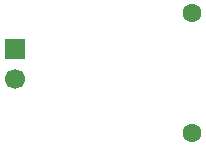
<source format=gbr>
%TF.GenerationSoftware,KiCad,Pcbnew,9.0.2*%
%TF.CreationDate,2025-06-10T22:08:15+05:30*%
%TF.ProjectId,Ohm's Law,4f686d27-7320-44c6-9177-2e6b69636164,rev?*%
%TF.SameCoordinates,Original*%
%TF.FileFunction,Soldermask,Bot*%
%TF.FilePolarity,Negative*%
%FSLAX46Y46*%
G04 Gerber Fmt 4.6, Leading zero omitted, Abs format (unit mm)*
G04 Created by KiCad (PCBNEW 9.0.2) date 2025-06-10 22:08:15*
%MOMM*%
%LPD*%
G01*
G04 APERTURE LIST*
%ADD10R,1.700000X1.700000*%
%ADD11C,1.700000*%
%ADD12C,1.600000*%
G04 APERTURE END LIST*
D10*
%TO.C,V1*%
X154500000Y-134000000D03*
D11*
X154500000Y-136540000D03*
%TD*%
D12*
%TO.C,R1*%
X169500000Y-130920000D03*
X169500000Y-141080000D03*
%TD*%
M02*

</source>
